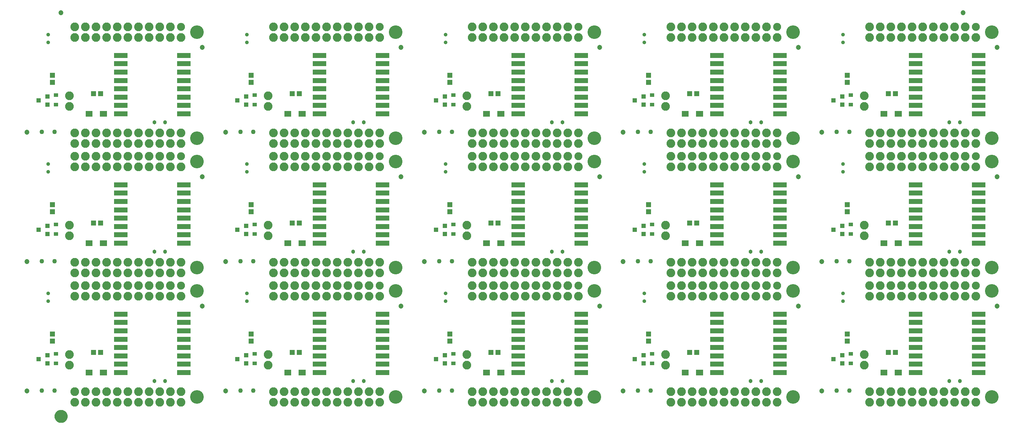
<source format=gbs>
G75*
%MOIN*%
%OFA0B0*%
%FSLAX25Y25*%
%IPPOS*%
%LPD*%
%AMOC8*
5,1,8,0,0,1.08239X$1,22.5*
%
%ADD10C,0.07493*%
%ADD11C,0.04343*%
%ADD12C,0.08200*%
%ADD13C,0.03556*%
%ADD14C,0.04737*%
%ADD15R,0.05131X0.04737*%
%ADD16R,0.12611X0.04737*%
%ADD17R,0.03300X0.05800*%
%ADD18C,0.03800*%
%ADD19C,0.12800*%
%ADD20R,0.04068X0.03280*%
%ADD21R,0.04737X0.05131*%
%ADD22R,0.04343X0.03950*%
%ADD23C,0.05000*%
%ADD24C,0.06706*%
D10*
X0214412Y0143500D03*
X0401412Y0143500D03*
X0588412Y0143500D03*
X0775412Y0143500D03*
X0962412Y0143500D03*
X0962412Y0265500D03*
X0775412Y0265500D03*
X0588412Y0265500D03*
X0401412Y0265500D03*
X0214412Y0265500D03*
X0214412Y0387500D03*
X0401412Y0387500D03*
X0588412Y0387500D03*
X0775412Y0387500D03*
X0962412Y0387500D03*
D11*
X0843317Y0288500D03*
X0831506Y0288500D03*
X0656317Y0288500D03*
X0644506Y0288500D03*
X0469317Y0288500D03*
X0457506Y0288500D03*
X0282317Y0288500D03*
X0270506Y0288500D03*
X0095317Y0288500D03*
X0083506Y0288500D03*
X0083506Y0166500D03*
X0095317Y0166500D03*
X0270506Y0166500D03*
X0282317Y0166500D03*
X0457506Y0166500D03*
X0469317Y0166500D03*
X0644506Y0166500D03*
X0656317Y0166500D03*
X0831506Y0166500D03*
X0843317Y0166500D03*
X0843317Y0044500D03*
X0831506Y0044500D03*
X0656317Y0044500D03*
X0644506Y0044500D03*
X0469317Y0044500D03*
X0457506Y0044500D03*
X0282317Y0044500D03*
X0270506Y0044500D03*
X0095317Y0044500D03*
X0083506Y0044500D03*
D12*
X0114412Y0043500D03*
X0124412Y0043500D03*
X0134412Y0043500D03*
X0144412Y0043500D03*
X0154412Y0043500D03*
X0164412Y0043500D03*
X0174412Y0043500D03*
X0184412Y0043500D03*
X0194412Y0043500D03*
X0204412Y0043500D03*
X0214412Y0043500D03*
X0214412Y0033500D03*
X0204412Y0033500D03*
X0194412Y0033500D03*
X0184412Y0033500D03*
X0174412Y0033500D03*
X0164412Y0033500D03*
X0154412Y0033500D03*
X0144412Y0033500D03*
X0134412Y0033500D03*
X0124412Y0033500D03*
X0114412Y0033500D03*
X0109412Y0068500D03*
X0109412Y0078500D03*
X0114412Y0133500D03*
X0124412Y0133500D03*
X0134412Y0133500D03*
X0144412Y0133500D03*
X0154412Y0133500D03*
X0164412Y0133500D03*
X0174412Y0133500D03*
X0184412Y0133500D03*
X0194412Y0133500D03*
X0204412Y0133500D03*
X0214412Y0133500D03*
X0204412Y0143500D03*
X0194412Y0143500D03*
X0184412Y0143500D03*
X0174412Y0143500D03*
X0164412Y0143500D03*
X0154412Y0143500D03*
X0144412Y0143500D03*
X0134412Y0143500D03*
X0124412Y0143500D03*
X0114412Y0143500D03*
X0114412Y0155500D03*
X0124412Y0155500D03*
X0134412Y0155500D03*
X0144412Y0155500D03*
X0154412Y0155500D03*
X0164412Y0155500D03*
X0174412Y0155500D03*
X0184412Y0155500D03*
X0194412Y0155500D03*
X0204412Y0155500D03*
X0214412Y0155500D03*
X0214412Y0165500D03*
X0204412Y0165500D03*
X0194412Y0165500D03*
X0184412Y0165500D03*
X0174412Y0165500D03*
X0164412Y0165500D03*
X0154412Y0165500D03*
X0144412Y0165500D03*
X0134412Y0165500D03*
X0124412Y0165500D03*
X0114412Y0165500D03*
X0109412Y0190500D03*
X0109412Y0200500D03*
X0114412Y0255500D03*
X0124412Y0255500D03*
X0134412Y0255500D03*
X0144412Y0255500D03*
X0154412Y0255500D03*
X0164412Y0255500D03*
X0174412Y0255500D03*
X0184412Y0255500D03*
X0194412Y0255500D03*
X0204412Y0255500D03*
X0214412Y0255500D03*
X0204412Y0265500D03*
X0194412Y0265500D03*
X0184412Y0265500D03*
X0174412Y0265500D03*
X0164412Y0265500D03*
X0154412Y0265500D03*
X0144412Y0265500D03*
X0134412Y0265500D03*
X0124412Y0265500D03*
X0114412Y0265500D03*
X0114412Y0277500D03*
X0124412Y0277500D03*
X0134412Y0277500D03*
X0144412Y0277500D03*
X0154412Y0277500D03*
X0164412Y0277500D03*
X0174412Y0277500D03*
X0184412Y0277500D03*
X0194412Y0277500D03*
X0204412Y0277500D03*
X0214412Y0277500D03*
X0214412Y0287500D03*
X0204412Y0287500D03*
X0194412Y0287500D03*
X0184412Y0287500D03*
X0174412Y0287500D03*
X0164412Y0287500D03*
X0154412Y0287500D03*
X0144412Y0287500D03*
X0134412Y0287500D03*
X0124412Y0287500D03*
X0114412Y0287500D03*
X0109412Y0312500D03*
X0109412Y0322500D03*
X0114412Y0377500D03*
X0124412Y0377500D03*
X0134412Y0377500D03*
X0144412Y0377500D03*
X0154412Y0377500D03*
X0164412Y0377500D03*
X0174412Y0377500D03*
X0184412Y0377500D03*
X0194412Y0377500D03*
X0204412Y0377500D03*
X0214412Y0377500D03*
X0204412Y0387500D03*
X0194412Y0387500D03*
X0184412Y0387500D03*
X0174412Y0387500D03*
X0164412Y0387500D03*
X0154412Y0387500D03*
X0144412Y0387500D03*
X0134412Y0387500D03*
X0124412Y0387500D03*
X0114412Y0387500D03*
X0296412Y0322500D03*
X0296412Y0312500D03*
X0301412Y0287500D03*
X0311412Y0287500D03*
X0321412Y0287500D03*
X0331412Y0287500D03*
X0341412Y0287500D03*
X0351412Y0287500D03*
X0361412Y0287500D03*
X0371412Y0287500D03*
X0381412Y0287500D03*
X0391412Y0287500D03*
X0401412Y0287500D03*
X0401412Y0277500D03*
X0391412Y0277500D03*
X0381412Y0277500D03*
X0371412Y0277500D03*
X0361412Y0277500D03*
X0351412Y0277500D03*
X0341412Y0277500D03*
X0331412Y0277500D03*
X0321412Y0277500D03*
X0311412Y0277500D03*
X0301412Y0277500D03*
X0301412Y0265500D03*
X0311412Y0265500D03*
X0321412Y0265500D03*
X0331412Y0265500D03*
X0341412Y0265500D03*
X0351412Y0265500D03*
X0361412Y0265500D03*
X0371412Y0265500D03*
X0381412Y0265500D03*
X0391412Y0265500D03*
X0391412Y0255500D03*
X0401412Y0255500D03*
X0381412Y0255500D03*
X0371412Y0255500D03*
X0361412Y0255500D03*
X0351412Y0255500D03*
X0341412Y0255500D03*
X0331412Y0255500D03*
X0321412Y0255500D03*
X0311412Y0255500D03*
X0301412Y0255500D03*
X0296412Y0200500D03*
X0296412Y0190500D03*
X0301412Y0165500D03*
X0311412Y0165500D03*
X0321412Y0165500D03*
X0331412Y0165500D03*
X0341412Y0165500D03*
X0351412Y0165500D03*
X0361412Y0165500D03*
X0371412Y0165500D03*
X0381412Y0165500D03*
X0391412Y0165500D03*
X0401412Y0165500D03*
X0401412Y0155500D03*
X0391412Y0155500D03*
X0381412Y0155500D03*
X0371412Y0155500D03*
X0361412Y0155500D03*
X0351412Y0155500D03*
X0341412Y0155500D03*
X0331412Y0155500D03*
X0321412Y0155500D03*
X0311412Y0155500D03*
X0301412Y0155500D03*
X0301412Y0143500D03*
X0311412Y0143500D03*
X0321412Y0143500D03*
X0331412Y0143500D03*
X0341412Y0143500D03*
X0351412Y0143500D03*
X0361412Y0143500D03*
X0371412Y0143500D03*
X0381412Y0143500D03*
X0391412Y0143500D03*
X0391412Y0133500D03*
X0401412Y0133500D03*
X0381412Y0133500D03*
X0371412Y0133500D03*
X0361412Y0133500D03*
X0351412Y0133500D03*
X0341412Y0133500D03*
X0331412Y0133500D03*
X0321412Y0133500D03*
X0311412Y0133500D03*
X0301412Y0133500D03*
X0296412Y0078500D03*
X0296412Y0068500D03*
X0301412Y0043500D03*
X0311412Y0043500D03*
X0321412Y0043500D03*
X0331412Y0043500D03*
X0341412Y0043500D03*
X0351412Y0043500D03*
X0361412Y0043500D03*
X0371412Y0043500D03*
X0381412Y0043500D03*
X0391412Y0043500D03*
X0401412Y0043500D03*
X0401412Y0033500D03*
X0391412Y0033500D03*
X0381412Y0033500D03*
X0371412Y0033500D03*
X0361412Y0033500D03*
X0351412Y0033500D03*
X0341412Y0033500D03*
X0331412Y0033500D03*
X0321412Y0033500D03*
X0311412Y0033500D03*
X0301412Y0033500D03*
X0483412Y0068500D03*
X0483412Y0078500D03*
X0488412Y0043500D03*
X0498412Y0043500D03*
X0508412Y0043500D03*
X0518412Y0043500D03*
X0528412Y0043500D03*
X0538412Y0043500D03*
X0548412Y0043500D03*
X0558412Y0043500D03*
X0568412Y0043500D03*
X0578412Y0043500D03*
X0588412Y0043500D03*
X0588412Y0033500D03*
X0578412Y0033500D03*
X0568412Y0033500D03*
X0558412Y0033500D03*
X0548412Y0033500D03*
X0538412Y0033500D03*
X0528412Y0033500D03*
X0518412Y0033500D03*
X0508412Y0033500D03*
X0498412Y0033500D03*
X0488412Y0033500D03*
X0670412Y0068500D03*
X0670412Y0078500D03*
X0675412Y0043500D03*
X0685412Y0043500D03*
X0695412Y0043500D03*
X0705412Y0043500D03*
X0715412Y0043500D03*
X0725412Y0043500D03*
X0735412Y0043500D03*
X0745412Y0043500D03*
X0755412Y0043500D03*
X0765412Y0043500D03*
X0775412Y0043500D03*
X0775412Y0033500D03*
X0765412Y0033500D03*
X0755412Y0033500D03*
X0745412Y0033500D03*
X0735412Y0033500D03*
X0725412Y0033500D03*
X0715412Y0033500D03*
X0705412Y0033500D03*
X0695412Y0033500D03*
X0685412Y0033500D03*
X0675412Y0033500D03*
X0857412Y0068500D03*
X0857412Y0078500D03*
X0862412Y0043500D03*
X0872412Y0043500D03*
X0882412Y0043500D03*
X0892412Y0043500D03*
X0902412Y0043500D03*
X0912412Y0043500D03*
X0922412Y0043500D03*
X0932412Y0043500D03*
X0942412Y0043500D03*
X0952412Y0043500D03*
X0962412Y0043500D03*
X0962412Y0033500D03*
X0952412Y0033500D03*
X0942412Y0033500D03*
X0932412Y0033500D03*
X0922412Y0033500D03*
X0912412Y0033500D03*
X0902412Y0033500D03*
X0892412Y0033500D03*
X0882412Y0033500D03*
X0872412Y0033500D03*
X0862412Y0033500D03*
X0862412Y0133500D03*
X0872412Y0133500D03*
X0882412Y0133500D03*
X0892412Y0133500D03*
X0902412Y0133500D03*
X0912412Y0133500D03*
X0922412Y0133500D03*
X0932412Y0133500D03*
X0942412Y0133500D03*
X0952412Y0133500D03*
X0962412Y0133500D03*
X0952412Y0143500D03*
X0942412Y0143500D03*
X0932412Y0143500D03*
X0922412Y0143500D03*
X0912412Y0143500D03*
X0902412Y0143500D03*
X0892412Y0143500D03*
X0882412Y0143500D03*
X0872412Y0143500D03*
X0862412Y0143500D03*
X0862412Y0155500D03*
X0872412Y0155500D03*
X0882412Y0155500D03*
X0892412Y0155500D03*
X0902412Y0155500D03*
X0912412Y0155500D03*
X0922412Y0155500D03*
X0932412Y0155500D03*
X0942412Y0155500D03*
X0952412Y0155500D03*
X0962412Y0155500D03*
X0962412Y0165500D03*
X0952412Y0165500D03*
X0942412Y0165500D03*
X0932412Y0165500D03*
X0922412Y0165500D03*
X0912412Y0165500D03*
X0902412Y0165500D03*
X0892412Y0165500D03*
X0882412Y0165500D03*
X0872412Y0165500D03*
X0862412Y0165500D03*
X0857412Y0190500D03*
X0857412Y0200500D03*
X0775412Y0165500D03*
X0765412Y0165500D03*
X0755412Y0165500D03*
X0745412Y0165500D03*
X0735412Y0165500D03*
X0725412Y0165500D03*
X0715412Y0165500D03*
X0705412Y0165500D03*
X0695412Y0165500D03*
X0685412Y0165500D03*
X0675412Y0165500D03*
X0675412Y0155500D03*
X0685412Y0155500D03*
X0695412Y0155500D03*
X0705412Y0155500D03*
X0715412Y0155500D03*
X0725412Y0155500D03*
X0735412Y0155500D03*
X0745412Y0155500D03*
X0755412Y0155500D03*
X0765412Y0155500D03*
X0775412Y0155500D03*
X0765412Y0143500D03*
X0755412Y0143500D03*
X0745412Y0143500D03*
X0735412Y0143500D03*
X0725412Y0143500D03*
X0715412Y0143500D03*
X0705412Y0143500D03*
X0695412Y0143500D03*
X0685412Y0143500D03*
X0675412Y0143500D03*
X0675412Y0133500D03*
X0685412Y0133500D03*
X0695412Y0133500D03*
X0705412Y0133500D03*
X0715412Y0133500D03*
X0725412Y0133500D03*
X0735412Y0133500D03*
X0745412Y0133500D03*
X0755412Y0133500D03*
X0765412Y0133500D03*
X0775412Y0133500D03*
X0670412Y0190500D03*
X0670412Y0200500D03*
X0588412Y0165500D03*
X0578412Y0165500D03*
X0568412Y0165500D03*
X0558412Y0165500D03*
X0548412Y0165500D03*
X0538412Y0165500D03*
X0528412Y0165500D03*
X0518412Y0165500D03*
X0508412Y0165500D03*
X0498412Y0165500D03*
X0488412Y0165500D03*
X0488412Y0155500D03*
X0498412Y0155500D03*
X0508412Y0155500D03*
X0518412Y0155500D03*
X0528412Y0155500D03*
X0538412Y0155500D03*
X0548412Y0155500D03*
X0558412Y0155500D03*
X0568412Y0155500D03*
X0578412Y0155500D03*
X0588412Y0155500D03*
X0578412Y0143500D03*
X0568412Y0143500D03*
X0558412Y0143500D03*
X0548412Y0143500D03*
X0538412Y0143500D03*
X0528412Y0143500D03*
X0518412Y0143500D03*
X0508412Y0143500D03*
X0498412Y0143500D03*
X0488412Y0143500D03*
X0488412Y0133500D03*
X0498412Y0133500D03*
X0508412Y0133500D03*
X0518412Y0133500D03*
X0528412Y0133500D03*
X0538412Y0133500D03*
X0548412Y0133500D03*
X0558412Y0133500D03*
X0568412Y0133500D03*
X0578412Y0133500D03*
X0588412Y0133500D03*
X0483412Y0190500D03*
X0483412Y0200500D03*
X0488412Y0255500D03*
X0498412Y0255500D03*
X0508412Y0255500D03*
X0518412Y0255500D03*
X0528412Y0255500D03*
X0538412Y0255500D03*
X0548412Y0255500D03*
X0558412Y0255500D03*
X0568412Y0255500D03*
X0578412Y0255500D03*
X0588412Y0255500D03*
X0578412Y0265500D03*
X0568412Y0265500D03*
X0558412Y0265500D03*
X0548412Y0265500D03*
X0538412Y0265500D03*
X0528412Y0265500D03*
X0518412Y0265500D03*
X0508412Y0265500D03*
X0498412Y0265500D03*
X0488412Y0265500D03*
X0488412Y0277500D03*
X0498412Y0277500D03*
X0508412Y0277500D03*
X0518412Y0277500D03*
X0528412Y0277500D03*
X0538412Y0277500D03*
X0548412Y0277500D03*
X0558412Y0277500D03*
X0568412Y0277500D03*
X0578412Y0277500D03*
X0588412Y0277500D03*
X0588412Y0287500D03*
X0578412Y0287500D03*
X0568412Y0287500D03*
X0558412Y0287500D03*
X0548412Y0287500D03*
X0538412Y0287500D03*
X0528412Y0287500D03*
X0518412Y0287500D03*
X0508412Y0287500D03*
X0498412Y0287500D03*
X0488412Y0287500D03*
X0483412Y0312500D03*
X0483412Y0322500D03*
X0488412Y0377500D03*
X0498412Y0377500D03*
X0508412Y0377500D03*
X0518412Y0377500D03*
X0528412Y0377500D03*
X0538412Y0377500D03*
X0548412Y0377500D03*
X0558412Y0377500D03*
X0568412Y0377500D03*
X0578412Y0377500D03*
X0588412Y0377500D03*
X0578412Y0387500D03*
X0568412Y0387500D03*
X0558412Y0387500D03*
X0548412Y0387500D03*
X0538412Y0387500D03*
X0528412Y0387500D03*
X0518412Y0387500D03*
X0508412Y0387500D03*
X0498412Y0387500D03*
X0488412Y0387500D03*
X0401412Y0377500D03*
X0391412Y0377500D03*
X0381412Y0377500D03*
X0371412Y0377500D03*
X0361412Y0377500D03*
X0351412Y0377500D03*
X0341412Y0377500D03*
X0331412Y0377500D03*
X0321412Y0377500D03*
X0311412Y0377500D03*
X0301412Y0377500D03*
X0301412Y0387500D03*
X0311412Y0387500D03*
X0321412Y0387500D03*
X0331412Y0387500D03*
X0341412Y0387500D03*
X0351412Y0387500D03*
X0361412Y0387500D03*
X0371412Y0387500D03*
X0381412Y0387500D03*
X0391412Y0387500D03*
X0670412Y0322500D03*
X0670412Y0312500D03*
X0675412Y0287500D03*
X0685412Y0287500D03*
X0695412Y0287500D03*
X0705412Y0287500D03*
X0715412Y0287500D03*
X0725412Y0287500D03*
X0735412Y0287500D03*
X0745412Y0287500D03*
X0755412Y0287500D03*
X0765412Y0287500D03*
X0775412Y0287500D03*
X0775412Y0277500D03*
X0765412Y0277500D03*
X0755412Y0277500D03*
X0745412Y0277500D03*
X0735412Y0277500D03*
X0725412Y0277500D03*
X0715412Y0277500D03*
X0705412Y0277500D03*
X0695412Y0277500D03*
X0685412Y0277500D03*
X0675412Y0277500D03*
X0675412Y0265500D03*
X0685412Y0265500D03*
X0695412Y0265500D03*
X0705412Y0265500D03*
X0715412Y0265500D03*
X0725412Y0265500D03*
X0735412Y0265500D03*
X0745412Y0265500D03*
X0755412Y0265500D03*
X0765412Y0265500D03*
X0765412Y0255500D03*
X0775412Y0255500D03*
X0755412Y0255500D03*
X0745412Y0255500D03*
X0735412Y0255500D03*
X0725412Y0255500D03*
X0715412Y0255500D03*
X0705412Y0255500D03*
X0695412Y0255500D03*
X0685412Y0255500D03*
X0675412Y0255500D03*
X0857412Y0312500D03*
X0857412Y0322500D03*
X0862412Y0287500D03*
X0872412Y0287500D03*
X0882412Y0287500D03*
X0892412Y0287500D03*
X0902412Y0287500D03*
X0912412Y0287500D03*
X0922412Y0287500D03*
X0932412Y0287500D03*
X0942412Y0287500D03*
X0952412Y0287500D03*
X0962412Y0287500D03*
X0962412Y0277500D03*
X0952412Y0277500D03*
X0942412Y0277500D03*
X0932412Y0277500D03*
X0922412Y0277500D03*
X0912412Y0277500D03*
X0902412Y0277500D03*
X0892412Y0277500D03*
X0882412Y0277500D03*
X0872412Y0277500D03*
X0862412Y0277500D03*
X0862412Y0265500D03*
X0872412Y0265500D03*
X0882412Y0265500D03*
X0892412Y0265500D03*
X0902412Y0265500D03*
X0912412Y0265500D03*
X0922412Y0265500D03*
X0932412Y0265500D03*
X0942412Y0265500D03*
X0952412Y0265500D03*
X0952412Y0255500D03*
X0962412Y0255500D03*
X0942412Y0255500D03*
X0932412Y0255500D03*
X0922412Y0255500D03*
X0912412Y0255500D03*
X0902412Y0255500D03*
X0892412Y0255500D03*
X0882412Y0255500D03*
X0872412Y0255500D03*
X0862412Y0255500D03*
X0862412Y0377500D03*
X0872412Y0377500D03*
X0882412Y0377500D03*
X0892412Y0377500D03*
X0902412Y0377500D03*
X0912412Y0377500D03*
X0922412Y0377500D03*
X0932412Y0377500D03*
X0942412Y0377500D03*
X0952412Y0377500D03*
X0962412Y0377500D03*
X0952412Y0387500D03*
X0942412Y0387500D03*
X0932412Y0387500D03*
X0922412Y0387500D03*
X0912412Y0387500D03*
X0902412Y0387500D03*
X0892412Y0387500D03*
X0882412Y0387500D03*
X0872412Y0387500D03*
X0862412Y0387500D03*
X0775412Y0377500D03*
X0765412Y0377500D03*
X0755412Y0377500D03*
X0745412Y0377500D03*
X0735412Y0377500D03*
X0725412Y0377500D03*
X0715412Y0377500D03*
X0705412Y0377500D03*
X0695412Y0377500D03*
X0685412Y0377500D03*
X0675412Y0377500D03*
X0675412Y0387500D03*
X0685412Y0387500D03*
X0695412Y0387500D03*
X0705412Y0387500D03*
X0715412Y0387500D03*
X0725412Y0387500D03*
X0735412Y0387500D03*
X0745412Y0387500D03*
X0755412Y0387500D03*
X0765412Y0387500D03*
D13*
X0837412Y0380043D03*
X0837412Y0372957D03*
X0650412Y0372957D03*
X0650412Y0380043D03*
X0463412Y0380043D03*
X0463412Y0372957D03*
X0276412Y0372957D03*
X0276412Y0380043D03*
X0089412Y0380043D03*
X0089412Y0372957D03*
X0089412Y0258043D03*
X0089412Y0250957D03*
X0276412Y0250957D03*
X0276412Y0258043D03*
X0463412Y0258043D03*
X0463412Y0250957D03*
X0650412Y0250957D03*
X0650412Y0258043D03*
X0837412Y0258043D03*
X0837412Y0250957D03*
X0837412Y0136043D03*
X0837412Y0128957D03*
X0650412Y0128957D03*
X0650412Y0136043D03*
X0463412Y0136043D03*
X0463412Y0128957D03*
X0276412Y0128957D03*
X0276412Y0136043D03*
X0089412Y0136043D03*
X0089412Y0128957D03*
D14*
X0069412Y0044000D03*
X0256412Y0044000D03*
X0443412Y0044000D03*
X0630412Y0044000D03*
X0817412Y0044000D03*
X0795412Y0124000D03*
X0817412Y0166000D03*
X0982412Y0124000D03*
X0982412Y0246000D03*
X0817412Y0288000D03*
X0795412Y0246000D03*
X0630412Y0288000D03*
X0608412Y0246000D03*
X0443412Y0288000D03*
X0421412Y0246000D03*
X0256412Y0288000D03*
X0234412Y0246000D03*
X0069412Y0288000D03*
X0234412Y0368000D03*
X0101412Y0400750D03*
X0421412Y0368000D03*
X0608412Y0368000D03*
X0795412Y0368000D03*
X0950412Y0400750D03*
X0982412Y0368000D03*
X0630412Y0166000D03*
X0608412Y0124000D03*
X0443412Y0166000D03*
X0421412Y0124000D03*
X0256412Y0166000D03*
X0234412Y0124000D03*
X0069412Y0166000D03*
D15*
X0132065Y0202500D03*
X0138758Y0202500D03*
X0319065Y0202500D03*
X0325758Y0202500D03*
X0506065Y0202500D03*
X0512758Y0202500D03*
X0693065Y0202500D03*
X0699758Y0202500D03*
X0880065Y0202500D03*
X0886758Y0202500D03*
X0886758Y0080500D03*
X0880065Y0080500D03*
X0699758Y0080500D03*
X0693065Y0080500D03*
X0512758Y0080500D03*
X0506065Y0080500D03*
X0325758Y0080500D03*
X0319065Y0080500D03*
X0138758Y0080500D03*
X0132065Y0080500D03*
X0132065Y0324500D03*
X0138758Y0324500D03*
X0319065Y0324500D03*
X0325758Y0324500D03*
X0506065Y0324500D03*
X0512758Y0324500D03*
X0693065Y0324500D03*
X0699758Y0324500D03*
X0880065Y0324500D03*
X0886758Y0324500D03*
D16*
X0905884Y0321189D03*
X0905884Y0313315D03*
X0905884Y0305441D03*
X0905884Y0329063D03*
X0905884Y0336937D03*
X0905884Y0344811D03*
X0905884Y0352685D03*
X0905884Y0360559D03*
X0964939Y0360559D03*
X0964939Y0352685D03*
X0964939Y0344811D03*
X0964939Y0336937D03*
X0964939Y0329063D03*
X0964939Y0321189D03*
X0964939Y0313315D03*
X0964939Y0305441D03*
X0964939Y0238559D03*
X0964939Y0230685D03*
X0964939Y0222811D03*
X0964939Y0214937D03*
X0964939Y0207063D03*
X0964939Y0199189D03*
X0964939Y0191315D03*
X0964939Y0183441D03*
X0905884Y0183441D03*
X0905884Y0191315D03*
X0905884Y0199189D03*
X0905884Y0207063D03*
X0905884Y0214937D03*
X0905884Y0222811D03*
X0905884Y0230685D03*
X0905884Y0238559D03*
X0777939Y0238559D03*
X0777939Y0230685D03*
X0777939Y0222811D03*
X0777939Y0214937D03*
X0777939Y0207063D03*
X0777939Y0199189D03*
X0777939Y0191315D03*
X0777939Y0183441D03*
X0718884Y0183441D03*
X0718884Y0191315D03*
X0718884Y0199189D03*
X0718884Y0207063D03*
X0718884Y0214937D03*
X0718884Y0222811D03*
X0718884Y0230685D03*
X0718884Y0238559D03*
X0590939Y0238559D03*
X0590939Y0230685D03*
X0590939Y0222811D03*
X0590939Y0214937D03*
X0590939Y0207063D03*
X0590939Y0199189D03*
X0590939Y0191315D03*
X0590939Y0183441D03*
X0531884Y0183441D03*
X0531884Y0191315D03*
X0531884Y0199189D03*
X0531884Y0207063D03*
X0531884Y0214937D03*
X0531884Y0222811D03*
X0531884Y0230685D03*
X0531884Y0238559D03*
X0403939Y0238559D03*
X0403939Y0230685D03*
X0403939Y0222811D03*
X0403939Y0214937D03*
X0403939Y0207063D03*
X0403939Y0199189D03*
X0403939Y0191315D03*
X0403939Y0183441D03*
X0344884Y0183441D03*
X0344884Y0191315D03*
X0344884Y0199189D03*
X0344884Y0207063D03*
X0344884Y0214937D03*
X0344884Y0222811D03*
X0344884Y0230685D03*
X0344884Y0238559D03*
X0216939Y0238559D03*
X0216939Y0230685D03*
X0216939Y0222811D03*
X0216939Y0214937D03*
X0216939Y0207063D03*
X0216939Y0199189D03*
X0216939Y0191315D03*
X0216939Y0183441D03*
X0157884Y0183441D03*
X0157884Y0191315D03*
X0157884Y0199189D03*
X0157884Y0207063D03*
X0157884Y0214937D03*
X0157884Y0222811D03*
X0157884Y0230685D03*
X0157884Y0238559D03*
X0157884Y0305441D03*
X0157884Y0313315D03*
X0157884Y0321189D03*
X0157884Y0329063D03*
X0157884Y0336937D03*
X0157884Y0344811D03*
X0157884Y0352685D03*
X0157884Y0360559D03*
X0216939Y0360559D03*
X0216939Y0352685D03*
X0216939Y0344811D03*
X0216939Y0336937D03*
X0216939Y0329063D03*
X0216939Y0321189D03*
X0216939Y0313315D03*
X0216939Y0305441D03*
X0344884Y0305441D03*
X0344884Y0313315D03*
X0344884Y0321189D03*
X0344884Y0329063D03*
X0344884Y0336937D03*
X0344884Y0344811D03*
X0344884Y0352685D03*
X0344884Y0360559D03*
X0403939Y0360559D03*
X0403939Y0352685D03*
X0403939Y0344811D03*
X0403939Y0336937D03*
X0403939Y0329063D03*
X0403939Y0321189D03*
X0403939Y0313315D03*
X0403939Y0305441D03*
X0531884Y0305441D03*
X0531884Y0313315D03*
X0531884Y0321189D03*
X0531884Y0329063D03*
X0531884Y0336937D03*
X0531884Y0344811D03*
X0531884Y0352685D03*
X0531884Y0360559D03*
X0590939Y0360559D03*
X0590939Y0352685D03*
X0590939Y0344811D03*
X0590939Y0336937D03*
X0590939Y0329063D03*
X0590939Y0321189D03*
X0590939Y0313315D03*
X0590939Y0305441D03*
X0718884Y0305441D03*
X0718884Y0313315D03*
X0718884Y0321189D03*
X0718884Y0329063D03*
X0718884Y0336937D03*
X0718884Y0344811D03*
X0718884Y0352685D03*
X0718884Y0360559D03*
X0777939Y0360559D03*
X0777939Y0352685D03*
X0777939Y0344811D03*
X0777939Y0336937D03*
X0777939Y0329063D03*
X0777939Y0321189D03*
X0777939Y0313315D03*
X0777939Y0305441D03*
X0777939Y0116559D03*
X0777939Y0108685D03*
X0777939Y0100811D03*
X0777939Y0092937D03*
X0777939Y0085063D03*
X0777939Y0077189D03*
X0777939Y0069315D03*
X0777939Y0061441D03*
X0718884Y0061441D03*
X0718884Y0069315D03*
X0718884Y0077189D03*
X0718884Y0085063D03*
X0718884Y0092937D03*
X0718884Y0100811D03*
X0718884Y0108685D03*
X0718884Y0116559D03*
X0590939Y0116559D03*
X0590939Y0108685D03*
X0590939Y0100811D03*
X0590939Y0092937D03*
X0590939Y0085063D03*
X0590939Y0077189D03*
X0590939Y0069315D03*
X0590939Y0061441D03*
X0531884Y0061441D03*
X0531884Y0069315D03*
X0531884Y0077189D03*
X0531884Y0085063D03*
X0531884Y0092937D03*
X0531884Y0100811D03*
X0531884Y0108685D03*
X0531884Y0116559D03*
X0403939Y0116559D03*
X0403939Y0108685D03*
X0403939Y0100811D03*
X0403939Y0092937D03*
X0403939Y0085063D03*
X0403939Y0077189D03*
X0403939Y0069315D03*
X0403939Y0061441D03*
X0344884Y0061441D03*
X0344884Y0069315D03*
X0344884Y0077189D03*
X0344884Y0085063D03*
X0344884Y0092937D03*
X0344884Y0100811D03*
X0344884Y0108685D03*
X0344884Y0116559D03*
X0216939Y0116559D03*
X0216939Y0108685D03*
X0216939Y0100811D03*
X0216939Y0092937D03*
X0216939Y0085063D03*
X0216939Y0077189D03*
X0216939Y0069315D03*
X0216939Y0061441D03*
X0157884Y0061441D03*
X0157884Y0069315D03*
X0157884Y0077189D03*
X0157884Y0085063D03*
X0157884Y0092937D03*
X0157884Y0100811D03*
X0157884Y0108685D03*
X0157884Y0116559D03*
X0905884Y0116559D03*
X0905884Y0108685D03*
X0905884Y0100811D03*
X0905884Y0092937D03*
X0905884Y0085063D03*
X0905884Y0077189D03*
X0905884Y0069315D03*
X0905884Y0061441D03*
X0964939Y0061441D03*
X0964939Y0069315D03*
X0964939Y0077189D03*
X0964939Y0085063D03*
X0964939Y0092937D03*
X0964939Y0100811D03*
X0964939Y0108685D03*
X0964939Y0116559D03*
D17*
X0891012Y0061500D03*
X0887812Y0061500D03*
X0877512Y0061500D03*
X0874312Y0061500D03*
X0704012Y0061500D03*
X0700812Y0061500D03*
X0690512Y0061500D03*
X0687312Y0061500D03*
X0517012Y0061500D03*
X0513812Y0061500D03*
X0503512Y0061500D03*
X0500312Y0061500D03*
X0330012Y0061500D03*
X0326812Y0061500D03*
X0316512Y0061500D03*
X0313312Y0061500D03*
X0143012Y0061500D03*
X0139812Y0061500D03*
X0129512Y0061500D03*
X0126312Y0061500D03*
X0126312Y0183500D03*
X0129512Y0183500D03*
X0139812Y0183500D03*
X0143012Y0183500D03*
X0313312Y0183500D03*
X0316512Y0183500D03*
X0326812Y0183500D03*
X0330012Y0183500D03*
X0500312Y0183500D03*
X0503512Y0183500D03*
X0513812Y0183500D03*
X0517012Y0183500D03*
X0687312Y0183500D03*
X0690512Y0183500D03*
X0700812Y0183500D03*
X0704012Y0183500D03*
X0874312Y0183500D03*
X0877512Y0183500D03*
X0887812Y0183500D03*
X0891012Y0183500D03*
X0891012Y0305500D03*
X0887812Y0305500D03*
X0877512Y0305500D03*
X0874312Y0305500D03*
X0704012Y0305500D03*
X0700812Y0305500D03*
X0690512Y0305500D03*
X0687312Y0305500D03*
X0517012Y0305500D03*
X0513812Y0305500D03*
X0503512Y0305500D03*
X0500312Y0305500D03*
X0330012Y0305500D03*
X0326812Y0305500D03*
X0316512Y0305500D03*
X0313312Y0305500D03*
X0143012Y0305500D03*
X0139812Y0305500D03*
X0129512Y0305500D03*
X0126312Y0305500D03*
D18*
X0189412Y0297500D03*
X0199412Y0297500D03*
X0376412Y0297500D03*
X0386412Y0297500D03*
X0563412Y0297500D03*
X0573412Y0297500D03*
X0750412Y0297500D03*
X0760412Y0297500D03*
X0937412Y0297500D03*
X0947412Y0297500D03*
X0947412Y0175500D03*
X0937412Y0175500D03*
X0760412Y0175500D03*
X0750412Y0175500D03*
X0573412Y0175500D03*
X0563412Y0175500D03*
X0386412Y0175500D03*
X0376412Y0175500D03*
X0199412Y0175500D03*
X0189412Y0175500D03*
X0189412Y0053500D03*
X0199412Y0053500D03*
X0376412Y0053500D03*
X0386412Y0053500D03*
X0563412Y0053500D03*
X0573412Y0053500D03*
X0750412Y0053500D03*
X0760412Y0053500D03*
X0937412Y0053500D03*
X0947412Y0053500D03*
D19*
X0977412Y0038500D03*
X0790412Y0038500D03*
X0603412Y0038500D03*
X0416412Y0038500D03*
X0229412Y0038500D03*
X0229412Y0138500D03*
X0229412Y0160500D03*
X0416412Y0160500D03*
X0416412Y0138500D03*
X0603412Y0138500D03*
X0603412Y0160500D03*
X0790412Y0160500D03*
X0790412Y0138500D03*
X0977412Y0138500D03*
X0977412Y0160500D03*
X0977412Y0260500D03*
X0977412Y0282500D03*
X0790412Y0282500D03*
X0790412Y0260500D03*
X0603412Y0260500D03*
X0603412Y0282500D03*
X0416412Y0282500D03*
X0416412Y0260500D03*
X0229412Y0260500D03*
X0229412Y0282500D03*
X0229412Y0382500D03*
X0416412Y0382500D03*
X0603412Y0382500D03*
X0790412Y0382500D03*
X0977412Y0382500D03*
D20*
X0844912Y0323028D03*
X0844912Y0313972D03*
X0657912Y0313972D03*
X0657912Y0323028D03*
X0470912Y0323028D03*
X0470912Y0313972D03*
X0283912Y0313972D03*
X0283912Y0323028D03*
X0096912Y0323028D03*
X0096912Y0313972D03*
X0096912Y0201028D03*
X0096912Y0191972D03*
X0283912Y0191972D03*
X0283912Y0201028D03*
X0470912Y0201028D03*
X0470912Y0191972D03*
X0657912Y0191972D03*
X0657912Y0201028D03*
X0844912Y0201028D03*
X0844912Y0191972D03*
X0844912Y0079028D03*
X0844912Y0069972D03*
X0657912Y0069972D03*
X0657912Y0079028D03*
X0470912Y0079028D03*
X0470912Y0069972D03*
X0283912Y0069972D03*
X0283912Y0079028D03*
X0096912Y0079028D03*
X0096912Y0069972D03*
D21*
X0093412Y0091154D03*
X0093412Y0097846D03*
X0280412Y0097846D03*
X0280412Y0091154D03*
X0467412Y0091154D03*
X0467412Y0097846D03*
X0654412Y0097846D03*
X0654412Y0091154D03*
X0841412Y0091154D03*
X0841412Y0097846D03*
X0841412Y0213154D03*
X0841412Y0219846D03*
X0654412Y0219846D03*
X0654412Y0213154D03*
X0467412Y0213154D03*
X0467412Y0219846D03*
X0280412Y0219846D03*
X0280412Y0213154D03*
X0093412Y0213154D03*
X0093412Y0219846D03*
X0093412Y0335154D03*
X0093412Y0341846D03*
X0280412Y0341846D03*
X0280412Y0335154D03*
X0467412Y0335154D03*
X0467412Y0341846D03*
X0654412Y0341846D03*
X0654412Y0335154D03*
X0841412Y0335154D03*
X0841412Y0341846D03*
D22*
X0836849Y0321740D03*
X0836849Y0314260D03*
X0828581Y0318000D03*
X0649849Y0314260D03*
X0649849Y0321740D03*
X0641581Y0318000D03*
X0462849Y0314260D03*
X0462849Y0321740D03*
X0454581Y0318000D03*
X0275849Y0314260D03*
X0275849Y0321740D03*
X0267581Y0318000D03*
X0088849Y0314260D03*
X0088849Y0321740D03*
X0080581Y0318000D03*
X0088849Y0199740D03*
X0080581Y0196000D03*
X0088849Y0192260D03*
X0267581Y0196000D03*
X0275849Y0192260D03*
X0275849Y0199740D03*
X0454581Y0196000D03*
X0462849Y0192260D03*
X0462849Y0199740D03*
X0641581Y0196000D03*
X0649849Y0192260D03*
X0649849Y0199740D03*
X0828581Y0196000D03*
X0836849Y0192260D03*
X0836849Y0199740D03*
X0836849Y0077740D03*
X0828581Y0074000D03*
X0836849Y0070260D03*
X0649849Y0070260D03*
X0641581Y0074000D03*
X0649849Y0077740D03*
X0462849Y0077740D03*
X0454581Y0074000D03*
X0462849Y0070260D03*
X0275849Y0070260D03*
X0267581Y0074000D03*
X0275849Y0077740D03*
X0088849Y0077740D03*
X0080581Y0074000D03*
X0088849Y0070260D03*
D23*
X0097847Y0020250D02*
X0097849Y0020369D01*
X0097855Y0020488D01*
X0097865Y0020607D01*
X0097879Y0020725D01*
X0097897Y0020843D01*
X0097918Y0020960D01*
X0097944Y0021076D01*
X0097974Y0021192D01*
X0098007Y0021306D01*
X0098044Y0021419D01*
X0098085Y0021531D01*
X0098130Y0021642D01*
X0098178Y0021751D01*
X0098230Y0021858D01*
X0098286Y0021963D01*
X0098345Y0022067D01*
X0098407Y0022168D01*
X0098473Y0022268D01*
X0098542Y0022365D01*
X0098614Y0022459D01*
X0098690Y0022552D01*
X0098768Y0022641D01*
X0098849Y0022728D01*
X0098934Y0022813D01*
X0099021Y0022894D01*
X0099110Y0022972D01*
X0099203Y0023048D01*
X0099297Y0023120D01*
X0099394Y0023189D01*
X0099494Y0023255D01*
X0099595Y0023317D01*
X0099699Y0023376D01*
X0099804Y0023432D01*
X0099911Y0023484D01*
X0100020Y0023532D01*
X0100131Y0023577D01*
X0100243Y0023618D01*
X0100356Y0023655D01*
X0100470Y0023688D01*
X0100586Y0023718D01*
X0100702Y0023744D01*
X0100819Y0023765D01*
X0100937Y0023783D01*
X0101055Y0023797D01*
X0101174Y0023807D01*
X0101293Y0023813D01*
X0101412Y0023815D01*
X0101531Y0023813D01*
X0101650Y0023807D01*
X0101769Y0023797D01*
X0101887Y0023783D01*
X0102005Y0023765D01*
X0102122Y0023744D01*
X0102238Y0023718D01*
X0102354Y0023688D01*
X0102468Y0023655D01*
X0102581Y0023618D01*
X0102693Y0023577D01*
X0102804Y0023532D01*
X0102913Y0023484D01*
X0103020Y0023432D01*
X0103125Y0023376D01*
X0103229Y0023317D01*
X0103330Y0023255D01*
X0103430Y0023189D01*
X0103527Y0023120D01*
X0103621Y0023048D01*
X0103714Y0022972D01*
X0103803Y0022894D01*
X0103890Y0022813D01*
X0103975Y0022728D01*
X0104056Y0022641D01*
X0104134Y0022552D01*
X0104210Y0022459D01*
X0104282Y0022365D01*
X0104351Y0022268D01*
X0104417Y0022168D01*
X0104479Y0022067D01*
X0104538Y0021963D01*
X0104594Y0021858D01*
X0104646Y0021751D01*
X0104694Y0021642D01*
X0104739Y0021531D01*
X0104780Y0021419D01*
X0104817Y0021306D01*
X0104850Y0021192D01*
X0104880Y0021076D01*
X0104906Y0020960D01*
X0104927Y0020843D01*
X0104945Y0020725D01*
X0104959Y0020607D01*
X0104969Y0020488D01*
X0104975Y0020369D01*
X0104977Y0020250D01*
X0104975Y0020131D01*
X0104969Y0020012D01*
X0104959Y0019893D01*
X0104945Y0019775D01*
X0104927Y0019657D01*
X0104906Y0019540D01*
X0104880Y0019424D01*
X0104850Y0019308D01*
X0104817Y0019194D01*
X0104780Y0019081D01*
X0104739Y0018969D01*
X0104694Y0018858D01*
X0104646Y0018749D01*
X0104594Y0018642D01*
X0104538Y0018537D01*
X0104479Y0018433D01*
X0104417Y0018332D01*
X0104351Y0018232D01*
X0104282Y0018135D01*
X0104210Y0018041D01*
X0104134Y0017948D01*
X0104056Y0017859D01*
X0103975Y0017772D01*
X0103890Y0017687D01*
X0103803Y0017606D01*
X0103714Y0017528D01*
X0103621Y0017452D01*
X0103527Y0017380D01*
X0103430Y0017311D01*
X0103330Y0017245D01*
X0103229Y0017183D01*
X0103125Y0017124D01*
X0103020Y0017068D01*
X0102913Y0017016D01*
X0102804Y0016968D01*
X0102693Y0016923D01*
X0102581Y0016882D01*
X0102468Y0016845D01*
X0102354Y0016812D01*
X0102238Y0016782D01*
X0102122Y0016756D01*
X0102005Y0016735D01*
X0101887Y0016717D01*
X0101769Y0016703D01*
X0101650Y0016693D01*
X0101531Y0016687D01*
X0101412Y0016685D01*
X0101293Y0016687D01*
X0101174Y0016693D01*
X0101055Y0016703D01*
X0100937Y0016717D01*
X0100819Y0016735D01*
X0100702Y0016756D01*
X0100586Y0016782D01*
X0100470Y0016812D01*
X0100356Y0016845D01*
X0100243Y0016882D01*
X0100131Y0016923D01*
X0100020Y0016968D01*
X0099911Y0017016D01*
X0099804Y0017068D01*
X0099699Y0017124D01*
X0099595Y0017183D01*
X0099494Y0017245D01*
X0099394Y0017311D01*
X0099297Y0017380D01*
X0099203Y0017452D01*
X0099110Y0017528D01*
X0099021Y0017606D01*
X0098934Y0017687D01*
X0098849Y0017772D01*
X0098768Y0017859D01*
X0098690Y0017948D01*
X0098614Y0018041D01*
X0098542Y0018135D01*
X0098473Y0018232D01*
X0098407Y0018332D01*
X0098345Y0018433D01*
X0098286Y0018537D01*
X0098230Y0018642D01*
X0098178Y0018749D01*
X0098130Y0018858D01*
X0098085Y0018969D01*
X0098044Y0019081D01*
X0098007Y0019194D01*
X0097974Y0019308D01*
X0097944Y0019424D01*
X0097918Y0019540D01*
X0097897Y0019657D01*
X0097879Y0019775D01*
X0097865Y0019893D01*
X0097855Y0020012D01*
X0097849Y0020131D01*
X0097847Y0020250D01*
D24*
X0101412Y0020250D03*
M02*

</source>
